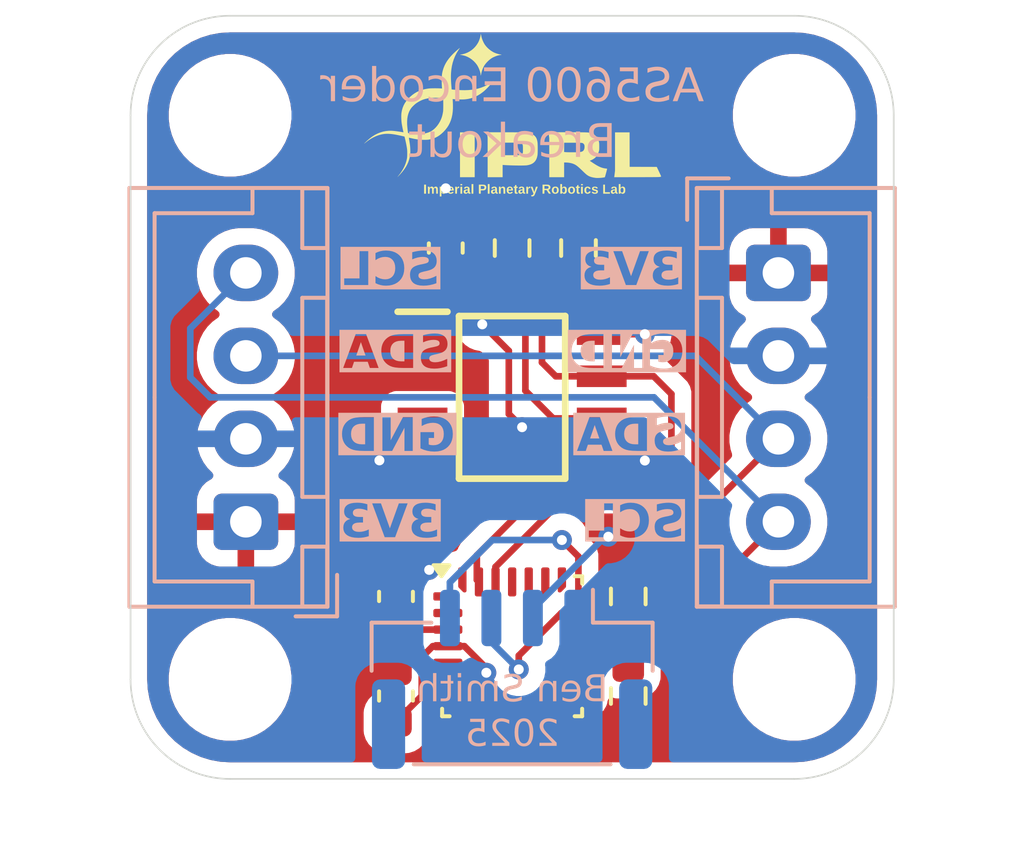
<source format=kicad_pcb>
(kicad_pcb (version 20241229) (generator "pcbnew") (generator_version "9.0")
  (layers (0 "F.Cu" signal) (2 "B.Cu" signal) (13 "F.Paste" user) (15 "B.Paste" user) (5 "F.SilkS" user "F.Silkscreen") (7 "B.SilkS" user "B.Silkscreen") (1 "F.Mask" user) (3 "B.Mask" user) (25 "Edge.Cuts" user))
  (net 0 "")
  (net 1 "GND")
  (net 2 "+3V3")
  (net 3 "/SDA_CONN")
  (net 4 "/SCL_CONN")
  (net 5 "/SCL_ENC")
  (net 6 "/SDA_ENC")
  (net 28 "/SWDIO")
  (net 29 "/SWCLK")
  (footprint "Capacitor_SMD:C_0603_1608Metric" (layer "F.Cu") (at 178 100.5 -90)
    (property "Reference" "C3" (hide yes))
    (property "Value" "4u7")
    (pad "1" smd roundrect (at -0.775 0 270) (size 0.9 0.95) (layers "F.Cu" "F.Mask" "F.Paste") (net 2 "+3V3"))
    (pad "2" smd roundrect (at 0.775 0 270) (size 0.9 0.95) (layers "F.Cu" "F.Mask" "F.Paste") (net 1 "GND"))
  )
  (footprint "iprl_footprints:IPRL_9mm" (layer "F.Cu") (at 181.5 83)
    (property "Reference" "G***" (hide yes))
    (property "Value" "LOGO" (hide yes))
  )
  (footprint "MountingHole:MountingHole_3.2mm_M3" (layer "F.Cu") (at 190 100)
    (property "Reference" "H1" (hide yes))
    (property "Value" "MountingHole_Pad")
    (pad "" np_thru_hole circle (at 0 0) (size 3.2 3.2) (drill 3.2) (layers "*.Cu" "*.Mask"))
  )
  (footprint "Package_DFN_QFN:QFN-28_4x4mm_P0.5mm" (layer "F.Cu") (at 181.5 99)
    (property "Reference" "U2" (hide yes))
    (property "Value" "STM32G031G6Ux")
    (pad "1" smd custom (at -1.9975 -1.5) (size 0.136863 0.136863) (layers "F.Cu" "F.Mask" "F.Paste") (options (clearance outline) (anchor circle)) (primitives (gr_poly (pts (xy -0.3325 -0.08) (xy 0.19886 -0.08) (xy 0.3325 0.05364) (xy 0.3325 0.08) (xy -0.3325 0.08)) (width 0.09) (fill yes))))
    (pad "2" smd roundrect (at -1.9375 -1) (size 0.875 0.25) (layers "F.Cu" "F.Mask" "F.Paste"))
    (pad "3" smd roundrect (at -1.9375 -0.5) (size 0.875 0.25) (layers "F.Cu" "F.Mask" "F.Paste") (net 2 "+3V3"))
    (pad "4" smd roundrect (at -1.9375 0) (size 0.875 0.25) (layers "F.Cu" "F.Mask" "F.Paste") (net 1 "GND"))
    (pad "5" smd roundrect (at -1.9375 0.5) (size 0.875 0.25) (layers "F.Cu" "F.Mask" "F.Paste"))
    (pad "6" smd roundrect (at -1.9375 1) (size 0.875 0.25) (layers "F.Cu" "F.Mask" "F.Paste"))
    (pad "7" smd custom (at -1.9975 1.5) (size 0.136863 0.136863) (layers "F.Cu" "F.Mask" "F.Paste") (options (clearance outline) (anchor circle)) (primitives (gr_poly (pts (xy -0.3325 -0.08) (xy 0.3325 -0.08) (xy 0.3325 -0.05364) (xy 0.19886 0.08) (xy -0.3325 0.08)) (width 0.09) (fill yes))))
    (pad "8" smd custom (at -1.5 1.9975) (size 0.136863 0.136863) (layers "F.Cu" "F.Mask" "F.Paste") (options (clearance outline) (anchor circle)) (primitives (gr_poly (pts (xy -0.08 -0.19886) (xy 0.05364 -0.3325) (xy 0.08 -0.3325) (xy 0.08 0.3325) (xy -0.08 0.3325)) (width 0.09) (fill yes))))
    (pad "9" smd roundrect (at -1 1.9375) (size 0.25 0.875) (layers "F.Cu" "F.Mask" "F.Paste"))
    (pad "10" smd roundrect (at -0.5 1.9375) (size 0.25 0.875) (layers "F.Cu" "F.Mask" "F.Paste"))
    (pad "11" smd roundrect (at 0 1.9375) (size 0.25 0.875) (layers "F.Cu" "F.Mask" "F.Paste"))
    (pad "12" smd roundrect (at 0.5 1.9375) (size 0.25 0.875) (layers "F.Cu" "F.Mask" "F.Paste"))
    (pad "13" smd roundrect (at 1 1.9375) (size 0.25 0.875) (layers "F.Cu" "F.Mask" "F.Paste"))
    (pad "14" smd custom (at 1.5 1.9975) (size 0.136863 0.136863) (layers "F.Cu" "F.Mask" "F.Paste") (options (clearance outline) (anchor circle)) (primitives (gr_poly (pts (xy -0.08 -0.3325) (xy -0.05364 -0.3325) (xy 0.08 -0.19886) (xy 0.08 0.3325) (xy -0.08 0.3325)) (width 0.09) (fill yes))))
    (pad "15" smd custom (at 1.9975 1.5) (size 0.136863 0.136863) (layers "F.Cu" "F.Mask" "F.Paste") (options (clearance outline) (anchor circle)) (primitives (gr_poly (pts (xy -0.3325 -0.08) (xy 0.3325 -0.08) (xy 0.3325 0.08) (xy -0.19886 0.08) (xy -0.3325 -0.05364)) (width 0.09) (fill yes))))
    (pad "16" smd roundrect (at 1.9375 1) (size 0.875 0.25) (layers "F.Cu" "F.Mask" "F.Paste"))
    (pad "17" smd roundrect (at 1.9375 0.5) (size 0.875 0.25) (layers "F.Cu" "F.Mask" "F.Paste"))
    (pad "18" smd roundrect (at 1.9375 0) (size 0.875 0.25) (layers "F.Cu" "F.Mask" "F.Paste") (net 4 "/SCL_CONN"))
    (pad "19" smd roundrect (at 1.9375 -0.5) (size 0.875 0.25) (layers "F.Cu" "F.Mask" "F.Paste") (net 3 "/SDA_CONN"))
    (pad "20" smd roundrect (at 1.9375 -1) (size 0.875 0.25) (layers "F.Cu" "F.Mask" "F.Paste") (net 28 "/SWDIO"))
    (pad "21" smd custom (at 1.9975 -1.5) (size 0.136863 0.136863) (layers "F.Cu" "F.Mask" "F.Paste") (net 29 "/SWCLK") (options (clearance outline) (anchor circle)) (primitives (gr_poly (pts (xy -0.3325 0.05364) (xy -0.19886 -0.08) (xy 0.3325 -0.08) (xy 0.3325 0.08) (xy -0.3325 0.08)) (width 0.09) (fill yes))))
    (pad "22" smd custom (at 1.5 -1.9975) (size 0.136863 0.136863) (layers "F.Cu" "F.Mask" "F.Paste") (options (clearance outline) (anchor circle)) (primitives (gr_poly (pts (xy -0.08 -0.3325) (xy 0.08 -0.3325) (xy 0.08 0.19886) (xy -0.05364 0.3325) (xy -0.08 0.3325)) (width 0.09) (fill yes))))
    (pad "23" smd roundrect (at 1 -1.9375) (size 0.25 0.875) (layers "F.Cu" "F.Mask" "F.Paste"))
    (pad "24" smd roundrect (at 0.5 -1.9375) (size 0.25 0.875) (layers "F.Cu" "F.Mask" "F.Paste"))
    (pad "25" smd roundrect (at 0 -1.9375) (size 0.25 0.875) (layers "F.Cu" "F.Mask" "F.Paste"))
    (pad "26" smd roundrect (at -0.5 -1.9375) (size 0.25 0.875) (layers "F.Cu" "F.Mask" "F.Paste") (net 5 "/SCL_ENC"))
    (pad "27" smd roundrect (at -1 -1.9375) (size 0.25 0.875) (layers "F.Cu" "F.Mask" "F.Paste") (net 6 "/SDA_ENC"))
    (pad "28" smd custom (at -1.5 -1.9975) (size 0.136863 0.136863) (layers "F.Cu" "F.Mask" "F.Paste") (options (clearance outline) (anchor circle)) (primitives (gr_poly (pts (xy -0.08 -0.3325) (xy 0.08 -0.3325) (xy 0.08 0.3325) (xy 0.05364 0.3325) (xy -0.08 0.19886)) (width 0.09) (fill yes))))
  )
  (footprint "Capacitor_SMD:C_0603_1608Metric" (layer "F.Cu") (at 179.5 87 90)
    (property "Reference" "C1" (hide yes))
    (property "Value" "100n")
    (pad "1" smd roundrect (at -0.775 0 90) (size 0.9 0.95) (layers "F.Cu" "F.Mask" "F.Paste") (net 2 "+3V3"))
    (pad "2" smd roundrect (at 0.775 0 90) (size 0.9 0.95) (layers "F.Cu" "F.Mask" "F.Paste") (net 1 "GND"))
  )
  (footprint "Resistor_SMD:R_0603_1608Metric" (layer "F.Cu") (at 185 100.5 90)
    (property "Reference" "R4" (hide yes))
    (property "Value" "10k")
    (pad "1" smd roundrect (at -0.825 0 90) (size 0.8 0.95) (layers "F.Cu" "F.Mask" "F.Paste") (net 2 "+3V3"))
    (pad "2" smd roundrect (at 0.825 0 90) (size 0.8 0.95) (layers "F.Cu" "F.Mask" "F.Paste") (net 4 "/SCL_CONN"))
  )
  (footprint "MountingHole:MountingHole_3.2mm_M3" (layer "F.Cu") (at 190 83)
    (property "Reference" "H3" (hide yes))
    (property "Value" "MountingHole_Pad")
    (pad "" np_thru_hole circle (at 0 0) (size 3.2 3.2) (drill 3.2) (layers "*.Cu" "*.Mask"))
  )
  (footprint "Capacitor_SMD:C_0603_1608Metric" (layer "F.Cu") (at 178 97.5 90)
    (property "Reference" "C2" (hide yes))
    (property "Value" "100n")
    (pad "1" smd roundrect (at -0.775 0 90) (size 0.9 0.95) (layers "F.Cu" "F.Mask" "F.Paste") (net 2 "+3V3"))
    (pad "2" smd roundrect (at 0.775 0 90) (size 0.9 0.95) (layers "F.Cu" "F.Mask" "F.Paste") (net 1 "GND"))
  )
  (footprint "MountingHole:MountingHole_3.2mm_M3" (layer "F.Cu") (at 173 83)
    (property "Reference" "H2" (hide yes))
    (property "Value" "MountingHole_Pad")
    (pad "" np_thru_hole circle (at 0 0) (size 3.2 3.2) (drill 3.2) (layers "*.Cu" "*.Mask"))
  )
  (footprint "Resistor_SMD:R_0603_1608Metric" (layer "F.Cu") (at 181.5 87 -90)
    (property "Reference" "R2" (hide yes))
    (property "Value" "10k")
    (pad "1" smd roundrect (at -0.825 0 270) (size 0.8 0.95) (layers "F.Cu" "F.Mask" "F.Paste") (net 2 "+3V3"))
    (pad "2" smd roundrect (at 0.825 0 270) (size 0.8 0.95) (layers "F.Cu" "F.Mask" "F.Paste") (net 6 "/SDA_ENC"))
  )
  (footprint "Resistor_SMD:R_0603_1608Metric" (layer "F.Cu") (at 183.5 87 -90)
    (property "Reference" "R1" (hide yes))
    (property "Value" "10k")
    (pad "1" smd roundrect (at -0.825 0 270) (size 0.8 0.95) (layers "F.Cu" "F.Mask" "F.Paste") (net 2 "+3V3"))
    (pad "2" smd roundrect (at 0.825 0 270) (size 0.8 0.95) (layers "F.Cu" "F.Mask" "F.Paste") (net 5 "/SCL_ENC"))
  )
  (footprint "iprl_footprints:SOIC127P600X175-8N" (layer "F.Cu") (at 181.5 91.5)
    (property "Reference" "U1" (hide yes))
    (property "Value" "AS5600-ASOT" (hide yes))
    (pad "1" smd rect (at -2.7 -1.905 90) (size 0.65 1.5) (layers "F.Cu" "F.Mask" "F.Paste") (net 2 "+3V3"))
    (pad "2" smd rect (at -2.7 -0.635 90) (size 0.65 1.5) (layers "F.Cu" "F.Mask" "F.Paste") (net 2 "+3V3"))
    (pad "3" smd rect (at -2.7 0.635 90) (size 0.65 1.5) (layers "F.Cu" "F.Mask" "F.Paste"))
    (pad "4" smd rect (at -2.7 1.905 90) (size 0.65 1.5) (layers "F.Cu" "F.Mask" "F.Paste") (net 1 "GND"))
    (pad "5" smd rect (at 2.7 1.905 90) (size 0.65 1.5) (layers "F.Cu" "F.Mask" "F.Paste") (net 1 "GND"))
    (pad "6" smd rect (at 2.7 0.635 90) (size 0.65 1.5) (layers "F.Cu" "F.Mask" "F.Paste") (net 6 "/SDA_ENC"))
    (pad "7" smd rect (at 2.7 -0.635 90) (size 0.65 1.5) (layers "F.Cu" "F.Mask" "F.Paste") (net 5 "/SCL_ENC"))
    (pad "8" smd rect (at 2.7 -1.905 90) (size 0.65 1.5) (layers "F.Cu" "F.Mask" "F.Paste") (net 1 "GND"))
  )
  (footprint "MountingHole:MountingHole_3.2mm_M3" (layer "F.Cu") (at 173 100)
    (property "Reference" "H4" (hide yes))
    (property "Value" "MountingHole_Pad")
    (pad "" np_thru_hole circle (at 0 0) (size 3.2 3.2) (drill 3.2) (layers "*.Cu" "*.Mask"))
  )
  (footprint "Resistor_SMD:R_0603_1608Metric" (layer "F.Cu") (at 185 97.5 -90)
    (property "Reference" "R3" (hide yes))
    (property "Value" "10k")
    (pad "1" smd roundrect (at -0.825 0 270) (size 0.8 0.95) (layers "F.Cu" "F.Mask" "F.Paste") (net 2 "+3V3"))
    (pad "2" smd roundrect (at 0.825 0 270) (size 0.8 0.95) (layers "F.Cu" "F.Mask" "F.Paste") (net 3 "/SDA_CONN"))
  )
  (footprint "Connector_JST:JST_GH_SM04B-GHS-TB_1x04-1MP_P1.25mm_Horizontal" (layer "B.Cu") (at 181.5 100 180)
    (property "Reference" "J3" (hide yes))
    (property "Value" "Conn_01x04")
    (pad "1" smd roundrect (at -1.875 1.85 180) (size 0.6 1.7) (layers "B.Cu" "B.Mask" "B.Paste") (net 1 "GND"))
    (pad "2" smd roundrect (at -0.625 1.85 180) (size 0.6 1.7) (layers "B.Cu" "B.Mask" "B.Paste") (net 2 "+3V3"))
    (pad "3" smd roundrect (at 0.625 1.85 180) (size 0.6 1.7) (layers "B.Cu" "B.Mask" "B.Paste") (net 28 "/SWDIO"))
    (pad "4" smd roundrect (at 1.875 1.85 180) (size 0.6 1.7) (layers "B.Cu" "B.Mask" "B.Paste") (net 29 "/SWCLK"))
    (pad "MP" smd roundrect (at -3.725 -1.35 180) (size 1 2.7) (layers "B.Cu" "B.Mask" "B.Paste"))
    (pad "MP" smd roundrect (at 3.725 -1.35 180) (size 1 2.7) (layers "B.Cu" "B.Mask" "B.Paste"))
  )
  (footprint "Connector_JST:JST_XH_B4B-XH-A_1x04_P2.50mm_Vertical" (layer "B.Cu") (at 189.525 87.75 -90)
    (property "Reference" "J2" (hide yes))
    (property "Value" "Conn_01x04")
    (pad "1" thru_hole roundrect (at 0 0 270) (size 1.7 1.95) (drill 0.95) (layers "*.Cu" "*.Mask") (roundrect_rratio 0.147059) (net 2 "+3V3"))
    (pad "2" thru_hole oval (at 2.5 0 270) (size 1.7 1.95) (drill 0.95) (layers "*.Cu" "*.Mask") (net 1 "GND"))
    (pad "3" thru_hole oval (at 5 0 270) (size 1.7 1.95) (drill 0.95) (layers "*.Cu" "*.Mask") (net 3 "/SDA_CONN"))
    (pad "4" thru_hole oval (at 7.5 0 270) (size 1.7 1.95) (drill 0.95) (layers "*.Cu" "*.Mask") (net 4 "/SCL_CONN"))
  )
  (footprint "Connector_JST:JST_XH_B4B-XH-A_1x04_P2.50mm_Vertical" (layer "B.Cu") (at 173.475 95.25 90)
    (property "Reference" "J1" (hide yes))
    (property "Value" "Conn_01x04")
    (pad "1" thru_hole roundrect (at 0 0 90) (size 1.7 1.95) (drill 0.95) (layers "*.Cu" "*.Mask") (roundrect_rratio 0.147059) (net 2 "+3V3"))
    (pad "2" thru_hole oval (at 2.5 0 90) (size 1.7 1.95) (drill 0.95) (layers "*.Cu" "*.Mask") (net 1 "GND"))
    (pad "3" thru_hole oval (at 5 0 90) (size 1.7 1.95) (drill 0.95) (layers "*.Cu" "*.Mask") (net 3 "/SDA_CONN"))
    (pad "4" thru_hole oval (at 7.5 0 90) (size 1.7 1.95) (drill 0.95) (layers "*.Cu" "*.Mask") (net 4 "/SCL_CONN"))
  )
  (gr_arc (start 173 103) (mid 170.87868 102.12132) (end 170 100) (stroke (width 0.05)) (layer "Edge.Cuts"))
  (gr_arc (start 193 100) (mid 192.12132 102.12132) (end 190 103) (stroke (width 0.05)) (layer "Edge.Cuts"))
  (gr_line (start 173 80) (end 190 80) (stroke (width 0.05)) (layer "Edge.Cuts"))
  (gr_line (start 193 83) (end 193 100) (stroke (width 0.05)) (layer "Edge.Cuts"))
  (gr_arc (start 190 80) (mid 192.12132 80.87868) (end 193 83) (stroke (width 0.05)) (layer "Edge.Cuts"))
  (gr_line (start 170 100) (end 170 83) (stroke (width 0.05)) (layer "Edge.Cuts"))
  (gr_arc (start 170 83) (mid 170.87868 80.87868) (end 173 80) (stroke (width 0.05)) (layer "Edge.Cuts"))
  (gr_line (start 190 103) (end 173 103) (stroke (width 0.05)) (layer "Edge.Cuts"))
  (gr_text "3V3" (at 176.3 95.3 0) (layer "B.SilkS" knockout) (effects (font (size 1 1) (thickness 0.2) (bold yes)) (justify right mirror)))
  (gr_text "GND" (at 186.7 90.2 0) (layer "B.SilkS" knockout) (effects (font (size 1 1) (thickness 0.2) (bold yes)) (justify left mirror)))
  (gr_text "3V3" (at 186.6 87.7 0) (layer "B.SilkS" knockout) (effects (font (size 1 1) (thickness 0.2) (bold yes)) (justify left mirror)))
  (gr_text "SDA" (at 176.4 90.2 0) (layer "B.SilkS" knockout) (effects (font (size 1 1) (thickness 0.2) (bold yes)) (justify right mirror)))
  (gr_text "Ben Smith\n2025" (at 181.5 101 0) (layer "B.SilkS") (effects (font (size 0.8 0.8) (thickness 0.1)) (justify mirror)))
  (gr_text "SCL" (at 186.7 95.3 0) (layer "B.SilkS" knockout) (effects (font (size 1 1) (thickness 0.2) (bold yes)) (justify left mirror)))
  (gr_text "SDA" (at 186.7 92.7 0) (layer "B.SilkS" knockout) (effects (font (size 1 1) (thickness 0.2) (bold yes)) (justify left mirror)))
  (gr_text "GND" (at 176.3 92.7 0) (layer "B.SilkS" knockout) (effects (font (size 1 1) (thickness 0.2) (bold yes)) (justify right mirror)))
  (gr_text "SCL" (at 176.4 87.7 0) (layer "B.SilkS" knockout) (effects (font (size 1 1) (thickness 0.2) (bold yes)) (justify right mirror)))
  (gr_text "AS5600 Encoder\nBreakout" (at 181.5 83 0) (layer "B.SilkS") (effects (font (size 1 1) (thickness 0.125)) (justify mirror)))
  (segment (start 178 96.725) (end 178.975 96.725) (width 0.2) (layer "F.Cu") (net 1))
  (segment (start 178.776 99.333202) (end 178.776 100.499) (width 0.2) (layer "F.Cu") (net 1))
  (segment (start 179.109202 99) (end 178.776 99.333202) (width 0.2) (layer "F.Cu") (net 1))
  (segment (start 180.6 89.3) (end 181.4 90.1) (width 0.2) (layer "F.Cu") (net 1))
  (segment (start 181.4 92) (end 181.8 92.4) (width 0.2) (layer "F.Cu") (net 1))
  (segment (start 178.975 96.725) (end 179 96.7) (width 0.2) (layer "F.Cu") (net 1))
  (segment (start 179.5 85.2) (end 179.5 86.225) (width 0.2) (layer "F.Cu") (net 1))
  (segment (start 178.8 93.405) (end 177.505 93.405) (width 0.2) (layer "F.Cu") (net 1))
  (segment (start 180.722338 99.8) (end 180.722338 99.661169) (width 0.2) (layer "F.Cu") (net 1))
  (segment (start 185.5 93.405) (end 184.2 93.405) (width 0.2) (layer "F.Cu") (net 1))
  (segment (start 177.505 93.405) (end 177.5 93.4) (width 0.2) (layer "F.Cu") (net 1))
  (segment (start 180.722338 99.661169) (end 180.061169 99) (width 0.2) (layer "F.Cu") (net 1))
  (segment (start 180.061169 99) (end 179.5625 99) (width 0.2) (layer "F.Cu") (net 1))
  (segment (start 178.776 100.499) (end 178 101.275) (width 0.2) (layer "F.Cu") (net 1))
  (segment (start 185.5 89.595) (end 184.2 89.595) (width 0.2) (layer "F.Cu") (net 1))
  (segment (start 181.4 90.1) (end 181.4 92) (width 0.2) (layer "F.Cu") (net 1))
  (segment (start 179.5625 99) (end 179.109202 99) (width 0.2) (layer "F.Cu") (net 1))
  (via (at 185.5 93.405) (size 0.6) (drill 0.3) (layers "F.Cu" "B.Cu") (net 1))
  (via (at 181.8 92.4) (size 0.6) (drill 0.3) (layers "F.Cu" "B.Cu") (net 1))
  (via (at 179.5 85.2) (size 0.6) (drill 0.3) (layers "F.Cu" "B.Cu") (net 1))
  (via (at 177.5 93.4) (size 0.6) (drill 0.3) (layers "F.Cu" "B.Cu") (net 1))
  (via (at 180.6 89.3) (size 0.6) (drill 0.3) (layers "F.Cu" "B.Cu") (net 1))
  (via (at 180.722338 99.8) (size 0.6) (drill 0.3) (layers "F.Cu" "B.Cu") (net 1))
  (via (at 185.5 89.595) (size 0.6) (drill 0.3) (layers "F.Cu" "B.Cu") (net 1))
  (via (at 179 96.7) (size 0.6) (drill 0.3) (layers "F.Cu" "B.Cu") (net 1))
  (segment (start 179.5625 98.5) (end 178.225 98.5) (width 0.2) (layer "F.Cu") (net 2))
  (segment (start 178.225 98.5) (end 178 98.275) (width 0.2) (layer "F.Cu") (net 2))
  (via (at 184.4 95.7) (size 0.6) (drill 0.3) (layers "F.Cu" "B.Cu") (net 2))
  (segment (start 182.125 98.15) (end 182.125 97.875) (width 0.2) (layer "B.Cu") (net 2))
  (segment (start 184.3 95.7) (end 184.4 95.7) (width 0.2) (layer "B.Cu") (net 2))
  (segment (start 182.125 97.875) (end 184.3 95.7) (width 0.2) (layer "B.Cu") (net 2))
  (segment (start 185 98.325) (end 185.475 98.325) (width 0.2) (layer "F.Cu") (net 3))
  (segment (start 187.8 94.475) (end 189.525 92.75) (width 0.2) (layer "F.Cu") (net 3))
  (segment (start 185.475 98.325) (end 187.8 96) (width 0.2) (layer "F.Cu") (net 3))
  (segment (start 183.4375 98.5) (end 184.825 98.5) (width 0.2) (layer "F.Cu") (net 3))
  (segment (start 187.8 96) (end 187.8 94.475) (width 0.2) (layer "F.Cu") (net 3))
  (segment (start 184.825 98.5) (end 185 98.325) (width 0.2) (layer "F.Cu") (net 3))
  (segment (start 187.025 90.25) (end 189.525 92.75) (width 0.2) (layer "B.Cu") (net 3))
  (segment (start 173.475 90.25) (end 187.025 90.25) (width 0.2) (layer "B.Cu") (net 3))
  (segment (start 183.4375 99) (end 184.325 99) (width 0.2) (layer "F.Cu") (net 4))
  (segment (start 185 99.675) (end 185.1 99.675) (width 0.2) (layer "F.Cu") (net 4))
  (segment (start 185.1 99.675) (end 189.525 95.25) (width 0.2) (layer "F.Cu") (net 4))
  (segment (start 184.325 99) (end 185 99.675) (width 0.2) (layer "F.Cu") (net 4))
  (segment (start 172.4 91.5) (end 185.775 91.5) (width 0.2) (layer "B.Cu") (net 4))
  (segment (start 185.775 91.5) (end 189.525 95.25) (width 0.2) (layer "B.Cu") (net 4))
  (segment (start 171.8 90.9) (end 172.4 91.5) (width 0.2) (layer "B.Cu") (net 4))
  (segment (start 171.8 89.425) (end 171.8 90.9) (width 0.2) (layer "B.Cu") (net 4))
  (segment (start 173.475 87.75) (end 171.8 89.425) (width 0.2) (layer "B.Cu") (net 4))
  (segment (start 181 97.0625) (end 181 96.609202) (width 0.2) (layer "F.Cu") (net 5))
  (segment (start 186.3 93.85) (end 186.3 91.4) (width 0.2) (layer "F.Cu") (net 5))
  (segment (start 183.5 87.825) (end 182.95 87.825) (width 0.2) (layer "F.Cu") (net 5))
  (segment (start 182.815 90.865) (end 184.2 90.865) (width 0.2) (layer "F.Cu") (net 5))
  (segment (start 182.95 87.825) (end 182.4 88.375) (width 0.2) (layer "F.Cu") (net 5))
  (segment (start 185.75 94.4) (end 186.3 93.85) (width 0.2) (layer "F.Cu") (net 5))
  (segment (start 181 96.609202) (end 183.209202 94.4) (width 0.2) (layer "F.Cu") (net 5))
  (segment (start 185.765 90.865) (end 184.2 90.865) (width 0.2) (layer "F.Cu") (net 5))
  (segment (start 183.209202 94.4) (end 185.75 94.4) (width 0.2) (layer "F.Cu") (net 5))
  (segment (start 186.3 91.4) (end 185.765 90.865) (width 0.2) (layer "F.Cu") (net 5))
  (segment (start 182.4 90.45) (end 182.815 90.865) (width 0.2) (layer "F.Cu") (net 5))
  (segment (start 182.4 88.375) (end 182.4 90.45) (width 0.2) (layer "F.Cu") (net 5))
  (segment (start 181.5 87.825) (end 181.9 88.225) (width 0.2) (layer "F.Cu") (net 6))
  (segment (start 181.5 87.775) (end 181.9 88.175) (width 0.2) (layer "F.Cu") (net 6))
  (segment (start 180.436 96.9985) (end 180.436 96.264) (width 0.2) (layer "F.Cu") (net 6))
  (segment (start 181.9 88.225) (end 181.9 91.3) (width 0.2) (layer "F.Cu") (net 6))
  (segment (start 180.5 97.0625) (end 180.436 96.9985) (width 0.2) (layer "F.Cu") (net 6))
  (segment (start 182.735 93.965) (end 182.735 92.135) (width 0.2) (layer "F.Cu") (net 6))
  (segment (start 181.9 91.3) (end 182.735 92.135) (width 0.2) (layer "F.Cu") (net 6))
  (segment (start 182.735 92.135) (end 184.2 92.135) (width 0.2) (layer "F.Cu") (net 6))
  (segment (start 180.436 96.264) (end 182.735 93.965) (width 0.2) (layer "F.Cu") (net 6))
  (segment (start 182.984202 98) (end 181.7 99.284202) (width 0.2) (layer "F.Cu") (net 28))
  (segment (start 181.7 99.284202) (end 181.7 99.7) (width 0.2) (layer "F.Cu") (net 28))
  (segment (start 183.4375 98) (end 182.984202 98) (width 0.2) (layer "F.Cu") (net 28))
  (via (at 181.7 99.7) (size 0.6) (drill 0.3) (layers "F.Cu" "B.Cu") (net 28))
  (segment (start 180.875 98.875) (end 180.875 98.15) (width 0.2) (layer "B.Cu") (net 28))
  (segment (start 181.7 99.7) (end 180.875 98.875) (width 0.2) (layer "B.Cu") (net 28))
  (segment (start 183.4975 96.2975) (end 183 95.8) (width 0.2) (layer "F.Cu") (net 29))
  (segment (start 183.4975 97.5) (end 183.4975 96.2975) (width 0.2) (layer "F.Cu") (net 29))
  (via (at 183 95.8) (size 0.6) (drill 0.3) (layers "F.Cu" "B.Cu") (net 29))
  (segment (start 180.9 95.8) (end 179.625 97.075) (width 0.2) (layer "B.Cu") (net 29))
  (segment (start 183 95.8) (end 180.9 95.8) (width 0.2) (layer "B.Cu") (net 29))
  (segment (start 179.625 97.075) (end 179.625 98.15) (width 0.2) (layer "B.Cu") (net 29))
  (zone (net 2) (net_name "+3V3") (layer "F.Cu") (connect_pads thru_hole_only (clearance 0.5)) (min_thickness 0.25) (fill yes (thermal_gap 0.5) (thermal_bridge_width 0.5))
    (polygon (pts (xy 170 80) (xy 193 80) (xy 193 103) (xy 170 103)))
  )
  (zone (net 1) (net_name "GND") (layer "B.Cu") (connect_pads thru_hole_only (clearance 0.5)) (min_thickness 0.25) (fill yes (thermal_gap 0.5) (thermal_bridge_width 0.5))
    (polygon (pts (xy 170 80) (xy 193 80) (xy 193 103) (xy 170 103)))
  )
)
</source>
